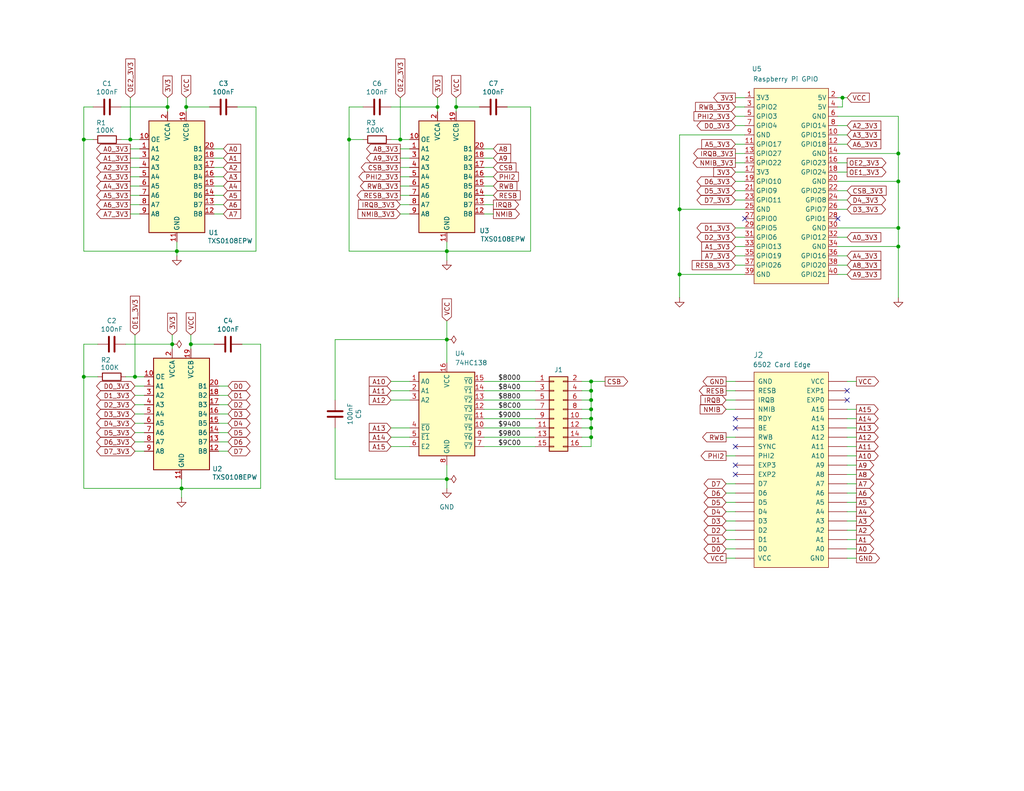
<source format=kicad_sch>
(kicad_sch (version 20250114) (generator "eeschema") (generator_version "9.0")
  (paper "USLetter")
  (title_block (title "6502 Pi Card") (date "2024-06-12") (rev "1.0") (company "A.C. Wright Design"))
  (lib_symbols
    (symbol "6502 Parts:6502 Card Edge" (pin_names (offset 1.016)) (in_bom no)
      (property "Reference" "J" (at -10.16 28.448 0))
      (property "Value" "6502 Card Edge" (at -5.588 26.924 0))
      (symbol "6502 Card Edge_1_0"
        (rectangle (start -10.16 25.4) (end 10.16 -27.94) (fill (type background)))
        (pin power_in line (at -15.24 22.86 0) (length 5.08) (name "GND") (number "GND"))
        (pin bidirectional line (at -15.24 20.32 0) (length 5.08) (name "RESB") (number "RESB"))
        (pin bidirectional line (at -15.24 17.78 0) (length 5.08) (name "IRQB") (number "IRQB"))
        (pin bidirectional line (at -15.24 15.24 0) (length 5.08) (name "NMIB") (number "NMIB"))
        (pin bidirectional line (at -15.24 12.7 0) (length 5.08) (name "RDY") (number "RDY"))
        (pin bidirectional line (at -15.24 10.16 0) (length 5.08) (name "BE") (number "BE"))
        (pin bidirectional line (at -15.24 7.62 0) (length 5.08) (name "RWB") (number "RWB"))
        (pin bidirectional line (at -15.24 5.08 0) (length 5.08) (name "SYNC") (number "SYNC"))
        (pin bidirectional line (at -15.24 2.54 0) (length 5.08) (name "PHI2") (number "PHI2"))
        (pin bidirectional line (at -15.24 0 0) (length 5.08) (name "EXP3") (number "EXP3"))
        (pin bidirectional line (at -15.24 -2.54 0) (length 5.08) (name "EXP2") (number "EXP2"))
        (pin bidirectional line (at -15.24 -5.08 0) (length 5.08) (name "D7") (number "D7"))
        (pin bidirectional line (at -15.24 -7.62 0) (length 5.08) (name "D6") (number "D6"))
        (pin bidirectional line (at -15.24 -10.16 0) (length 5.08) (name "D5") (number "D5"))
        (pin bidirectional line (at -15.24 -12.7 0) (length 5.08) (name "D4") (number "D4"))
        (pin bidirectional line (at -15.24 -15.24 0) (length 5.08) (name "D3") (number "D3"))
        (pin bidirectional line (at -15.24 -17.78 0) (length 5.08) (name "D2") (number "D2"))
        (pin bidirectional line (at -15.24 -20.32 0) (length 5.08) (name "D1") (number "D1"))
        (pin bidirectional line (at -15.24 -22.86 0) (length 5.08) (name "D0") (number "D0"))
        (pin power_in line (at -15.24 -25.4 0) (length 5.08) (name "VCC") (number "VCC"))
        (pin power_in line (at 15.24 22.86 180) (length 5.08) (name "VCC") (number "VCC"))
        (pin bidirectional line (at 15.24 20.32 180) (length 5.08) (name "EXP1") (number "EXP1"))
        (pin bidirectional line (at 15.24 17.78 180) (length 5.08) (name "EXP0") (number "EXP0"))
        (pin bidirectional line (at 15.24 15.24 180) (length 5.08) (name "A15") (number "A15"))
        (pin bidirectional line (at 15.24 12.7 180) (length 5.08) (name "A14") (number "A14"))
        (pin bidirectional line (at 15.24 10.16 180) (length 5.08) (name "A13") (number "A13"))
        (pin bidirectional line (at 15.24 7.62 180) (length 5.08) (name "A12") (number "A12"))
        (pin bidirectional line (at 15.24 5.08 180) (length 5.08) (name "A11") (number "A11"))
        (pin bidirectional line (at 15.24 2.54 180) (length 5.08) (name "A10") (number "A10"))
        (pin bidirectional line (at 15.24 0 180) (length 5.08) (name "A9") (number "A9"))
        (pin bidirectional line (at 15.24 -2.54 180) (length 5.08) (name "A8") (number "A8"))
        (pin bidirectional line (at 15.24 -5.08 180) (length 5.08) (name "A7") (number "A7"))
        (pin bidirectional line (at 15.24 -7.62 180) (length 5.08) (name "A6") (number "A6"))
        (pin bidirectional line (at 15.24 -10.16 180) (length 5.08) (name "A5") (number "A5"))
        (pin bidirectional line (at 15.24 -12.7 180) (length 5.08) (name "A4") (number "A4"))
        (pin bidirectional line (at 15.24 -15.24 180) (length 5.08) (name "A3") (number "A3"))
        (pin bidirectional line (at 15.24 -17.78 180) (length 5.08) (name "A2") (number "A2"))
        (pin bidirectional line (at 15.24 -20.32 180) (length 5.08) (name "A1") (number "A1"))
        (pin bidirectional line (at 15.24 -22.86 180) (length 5.08) (name "A0") (number "A0"))
        (pin power_in line (at 15.24 -25.4 180) (length 5.08) (name "GND") (number "GND"))
      )
    )
    (symbol "6502 Parts:RASPBERRYPIGPIO"
      (property "Reference" "U" (at -9.652 29.21 0))
      (property "Value" "Raspberry Pi GPIO" (at -1.524 26.924 0))
      (symbol "RASPBERRYPIGPIO_1_1"
        (rectangle (start -10.16 25.4) (end 10.16 -27.94) (fill (type background)))
        (pin power_in line (at -12.7 22.86 0) (length 2.54) (name "3V3") (number "1"))
        (pin bidirectional line (at -12.7 20.32 0) (length 2.54) (name "GPIO2") (number "3"))
        (pin bidirectional line (at -12.7 17.78 0) (length 2.54) (name "GPIO3") (number "5"))
        (pin bidirectional line (at -12.7 15.24 0) (length 2.54) (name "GPIO4") (number "7"))
        (pin power_in line (at -12.7 12.7 0) (length 2.54) (name "GND") (number "9"))
        (pin bidirectional line (at -12.7 10.16 0) (length 2.54) (name "GPIO17") (number "11"))
        (pin bidirectional line (at -12.7 7.62 0) (length 2.54) (name "GPIO27") (number "13"))
        (pin bidirectional line (at -12.7 5.08 0) (length 2.54) (name "GPIO22") (number "15"))
        (pin power_in line (at -12.7 2.54 0) (length 2.54) (name "3V3") (number "17"))
        (pin bidirectional line (at -12.7 0 0) (length 2.54) (name "GPIO10") (number "19"))
        (pin bidirectional line (at -12.7 -2.54 0) (length 2.54) (name "GPIO9") (number "21"))
        (pin bidirectional line (at -12.7 -5.08 0) (length 2.54) (name "GPIO11") (number "23"))
        (pin power_in line (at -12.7 -7.62 0) (length 2.54) (name "GND") (number "25"))
        (pin bidirectional line (at -12.7 -10.16 0) (length 2.54) (name "GPIO0") (number "27"))
        (pin bidirectional line (at -12.7 -12.7 0) (length 2.54) (name "GPIO5") (number "29"))
        (pin bidirectional line (at -12.7 -15.24 0) (length 2.54) (name "GPIO6") (number "31"))
        (pin bidirectional line (at -12.7 -17.78 0) (length 2.54) (name "GPIO13") (number "33"))
        (pin bidirectional line (at -12.7 -20.32 0) (length 2.54) (name "GPIO19") (number "35"))
        (pin bidirectional line (at -12.7 -22.86 0) (length 2.54) (name "GPIO26") (number "37"))
        (pin power_in line (at -12.7 -25.4 0) (length 2.54) (name "GND") (number "39"))
        (pin power_in line (at 12.7 22.86 180) (length 2.54) (name "5V") (number "2"))
        (pin power_in line (at 12.7 20.32 180) (length 2.54) (name "5V") (number "4"))
        (pin power_in line (at 12.7 17.78 180) (length 2.54) (name "GND") (number "6"))
        (pin bidirectional line (at 12.7 15.24 180) (length 2.54) (name "GPIO14") (number "8"))
        (pin bidirectional line (at 12.7 12.7 180) (length 2.54) (name "GPIO15") (number "10"))
        (pin bidirectional line (at 12.7 10.16 180) (length 2.54) (name "GPIO18") (number "12"))
        (pin power_in line (at 12.7 7.62 180) (length 2.54) (name "GND") (number "14"))
        (pin bidirectional line (at 12.7 5.08 180) (length 2.54) (name "GPIO23") (number "16"))
        (pin bidirectional line (at 12.7 2.54 180) (length 2.54) (name "GPIO24") (number "18"))
        (pin power_in line (at 12.7 0 180) (length 2.54) (name "GND") (number "20"))
        (pin bidirectional line (at 12.7 -2.54 180) (length 2.54) (name "GPIO25") (number "22"))
        (pin bidirectional line (at 12.7 -5.08 180) (length 2.54) (name "GPIO8") (number "24"))
        (pin bidirectional line (at 12.7 -7.62 180) (length 2.54) (name "GPIO7") (number "26"))
        (pin bidirectional line (at 12.7 -10.16 180) (length 2.54) (name "GPIO1") (number "28"))
        (pin power_in line (at 12.7 -12.7 180) (length 2.54) (name "GND") (number "30"))
        (pin bidirectional line (at 12.7 -15.24 180) (length 2.54) (name "GPIO12") (number "32"))
        (pin power_in line (at 12.7 -17.78 180) (length 2.54) (name "GND") (number "34"))
        (pin bidirectional line (at 12.7 -20.32 180) (length 2.54) (name "GPIO16") (number "36"))
        (pin bidirectional line (at 12.7 -22.86 180) (length 2.54) (name "GPIO20") (number "38"))
        (pin bidirectional line (at 12.7 -25.4 180) (length 2.54) (name "GPIO21") (number "40"))
      )
    )
    (symbol "74xx:74HC138"
      (property "Reference" "U" (at -7.62 13.97 0))
      (property "Value" "74HC138" (at 2.54 -11.43 0))
      (symbol "74HC138_0_1"
        (rectangle (start -7.62 12.7) (end 7.62 -10.16) (stroke (width 0.254)) (fill (type background)))
      )
      (symbol "74HC138_1_1"
        (pin input line (at -10.16 10.16 0) (length 2.54) (name "A0") (number "1"))
        (pin input line (at -10.16 7.62 0) (length 2.54) (name "A1") (number "2"))
        (pin input line (at -10.16 5.08 0) (length 2.54) (name "A2") (number "3"))
        (pin input line (at -10.16 -2.54 0) (length 2.54) (name "~{E0}") (number "4"))
        (pin input line (at -10.16 -5.08 0) (length 2.54) (name "~{E1}") (number "5"))
        (pin input line (at -10.16 -7.62 0) (length 2.54) (name "E2") (number "6"))
        (pin power_in line (at 0 15.24 270) (length 2.54) (name "VCC") (number "16"))
        (pin power_in line (at 0 -12.7 90) (length 2.54) (name "GND") (number "8"))
        (pin output line (at 10.16 10.16 180) (length 2.54) (name "~{Y0}") (number "15"))
        (pin output line (at 10.16 7.62 180) (length 2.54) (name "~{Y1}") (number "14"))
        (pin output line (at 10.16 5.08 180) (length 2.54) (name "~{Y2}") (number "13"))
        (pin output line (at 10.16 2.54 180) (length 2.54) (name "~{Y3}") (number "12"))
        (pin output line (at 10.16 0 180) (length 2.54) (name "~{Y4}") (number "11"))
        (pin output line (at 10.16 -2.54 180) (length 2.54) (name "~{Y5}") (number "10"))
        (pin output line (at 10.16 -5.08 180) (length 2.54) (name "~{Y6}") (number "9"))
        (pin output line (at 10.16 -7.62 180) (length 2.54) (name "~{Y7}") (number "7"))
      )
    )
    (symbol "Connector_Generic:Conn_02x08_Odd_Even" (pin_names (offset 1.016) (hide yes))
      (property "Reference" "J" (at 1.27 10.16 0))
      (property "Value" "Conn_02x08_Odd_Even" (at 1.27 -12.7 0))
      (symbol "Conn_02x08_Odd_Even_1_1"
        (rectangle (start -1.27 8.89) (end 3.81 -11.43) (stroke (width 0.254)) (fill (type background)))
        (rectangle (start -1.27 7.747) (end 0 7.493) (stroke (width 0.1524)))
        (rectangle (start -1.27 5.207) (end 0 4.953) (stroke (width 0.1524)))
        (rectangle (start -1.27 2.667) (end 0 2.413) (stroke (width 0.1524)))
        (rectangle (start -1.27 0.127) (end 0 -0.127) (stroke (width 0.1524)))
        (rectangle (start -1.27 -2.413) (end 0 -2.667) (stroke (width 0.1524)))
        (rectangle (start -1.27 -4.953) (end 0 -5.207) (stroke (width 0.1524)))
        (rectangle (start -1.27 -7.493) (end 0 -7.747) (stroke (width 0.1524)))
        (rectangle (start -1.27 -10.033) (end 0 -10.287) (stroke (width 0.1524)))
        (rectangle (start 3.81 7.747) (end 2.54 7.493) (stroke (width 0.1524)))
        (rectangle (start 3.81 5.207) (end 2.54 4.953) (stroke (width 0.1524)))
        (rectangle (start 3.81 2.667) (end 2.54 2.413) (stroke (width 0.1524)))
        (rectangle (start 3.81 0.127) (end 2.54 -0.127) (stroke (width 0.1524)))
        (rectangle (start 3.81 -2.413) (end 2.54 -2.667) (stroke (width 0.1524)))
        (rectangle (start 3.81 -4.953) (end 2.54 -5.207) (stroke (width 0.1524)))
        (rectangle (start 3.81 -7.493) (end 2.54 -7.747) (stroke (width 0.1524)))
        (rectangle (start 3.81 -10.033) (end 2.54 -10.287) (stroke (width 0.1524)))
        (pin passive line (at -5.08 7.62 0) (length 3.81) (name "Pin_1") (number "1"))
        (pin passive line (at -5.08 5.08 0) (length 3.81) (name "Pin_3") (number "3"))
        (pin passive line (at -5.08 2.54 0) (length 3.81) (name "Pin_5") (number "5"))
        (pin passive line (at -5.08 0 0) (length 3.81) (name "Pin_7") (number "7"))
        (pin passive line (at -5.08 -2.54 0) (length 3.81) (name "Pin_9") (number "9"))
        (pin passive line (at -5.08 -5.08 0) (length 3.81) (name "Pin_11") (number "11"))
        (pin passive line (at -5.08 -7.62 0) (length 3.81) (name "Pin_13") (number "13"))
        (pin passive line (at -5.08 -10.16 0) (length 3.81) (name "Pin_15") (number "15"))
        (pin passive line (at 7.62 7.62 180) (length 3.81) (name "Pin_2") (number "2"))
        (pin passive line (at 7.62 5.08 180) (length 3.81) (name "Pin_4") (number "4"))
        (pin passive line (at 7.62 2.54 180) (length 3.81) (name "Pin_6") (number "6"))
        (pin passive line (at 7.62 0 180) (length 3.81) (name "Pin_8") (number "8"))
        (pin passive line (at 7.62 -2.54 180) (length 3.81) (name "Pin_10") (number "10"))
        (pin passive line (at 7.62 -5.08 180) (length 3.81) (name "Pin_12") (number "12"))
        (pin passive line (at 7.62 -7.62 180) (length 3.81) (name "Pin_14") (number "14"))
        (pin passive line (at 7.62 -10.16 180) (length 3.81) (name "Pin_16") (number "16"))
      )
    )
    (symbol "Device:C" (pin_numbers (hide yes)) (pin_names (offset 0.254))
      (property "Reference" "C" (at 0.635 2.54 0))
      (property "Value" "C" (at 0.635 -2.54 0))
      (symbol "C_0_1"
        (polyline (pts (xy -2.032 0.762) (xy 2.032 0.762)) (stroke (width 0.508)))
        (polyline (pts (xy -2.032 -0.762) (xy 2.032 -0.762)) (stroke (width 0.508)))
      )
      (symbol "C_1_1"
        (pin passive line (at 0 3.81 270) (length 2.794) (name "~") (number "1"))
        (pin passive line (at 0 -3.81 90) (length 2.794) (name "~") (number "2"))
      )
    )
    (symbol "Device:R" (pin_numbers (hide yes)) (pin_names (offset 0))
      (property "Reference" "R" (at 2.032 0 90))
      (property "Value" "R" (at 0 0 90))
      (symbol "R_0_1"
        (rectangle (start -1.016 -2.54) (end 1.016 2.54) (stroke (width 0.254)))
      )
      (symbol "R_1_1"
        (pin passive line (at 0 3.81 270) (length 1.27) (name "~") (number "1"))
        (pin passive line (at 0 -3.81 90) (length 1.27) (name "~") (number "2"))
      )
    )
    (symbol "Logic_LevelTranslator:TXS0108EPW"
      (property "Reference" "U" (at -6.35 16.51 0))
      (property "Value" "TXS0108EPW" (at 3.81 16.51 0))
      (symbol "TXS0108EPW_0_1"
        (rectangle (start -7.62 15.24) (end 7.62 -15.24) (stroke (width 0.254)) (fill (type background)))
      )
      (symbol "TXS0108EPW_1_1"
        (pin input line (at -10.16 10.16 0) (length 2.54) (name "OE") (number "10"))
        (pin bidirectional line (at -10.16 7.62 0) (length 2.54) (name "A1") (number "1"))
        (pin bidirectional line (at -10.16 5.08 0) (length 2.54) (name "A2") (number "3"))
        (pin bidirectional line (at -10.16 2.54 0) (length 2.54) (name "A3") (number "4"))
        (pin bidirectional line (at -10.16 0 0) (length 2.54) (name "A4") (number "5"))
        (pin bidirectional line (at -10.16 -2.54 0) (length 2.54) (name "A5") (number "6"))
        (pin bidirectional line (at -10.16 -5.08 0) (length 2.54) (name "A6") (number "7"))
        (pin bidirectional line (at -10.16 -7.62 0) (length 2.54) (name "A7") (number "8"))
        (pin bidirectional line (at -10.16 -10.16 0) (length 2.54) (name "A8") (number "9"))
        (pin power_in line (at -2.54 17.78 270) (length 2.54) (name "VCCA") (number "2"))
        (pin power_in line (at 0 -17.78 90) (length 2.54) (name "GND") (number "11"))
        (pin power_in line (at 2.54 17.78 270) (length 2.54) (name "VCCB") (number "19"))
        (pin bidirectional line (at 10.16 7.62 180) (length 2.54) (name "B1") (number "20"))
        (pin bidirectional line (at 10.16 5.08 180) (length 2.54) (name "B2") (number "18"))
        (pin bidirectional line (at 10.16 2.54 180) (length 2.54) (name "B3") (number "17"))
        (pin bidirectional line (at 10.16 0 180) (length 2.54) (name "B4") (number "16"))
        (pin bidirectional line (at 10.16 -2.54 180) (length 2.54) (name "B5") (number "15"))
        (pin bidirectional line (at 10.16 -5.08 180) (length 2.54) (name "B6") (number "14"))
        (pin bidirectional line (at 10.16 -7.62 180) (length 2.54) (name "B7") (number "13"))
        (pin bidirectional line (at 10.16 -10.16 180) (length 2.54) (name "B8") (number "12"))
      )
    )
    (symbol "power:GND" (power) (pin_numbers (hide yes)) (pin_names (offset 0) (hide yes))
      (property "Value" "GND" (at 0 -3.81 0))
      (symbol "GND_0_1"
        (polyline (pts (xy 0 0) (xy 0 -1.27) (xy 1.27 -1.27) (xy 0 -2.54) (xy -1.27 -1.27) (xy 0 -1.27)))
      )
      (symbol "GND_1_1"
        (pin power_in line (at 0 0 270) (length 0) (name "~") (number "1"))
      )
    )
    (symbol "power:PWR_FLAG" (power) (pin_numbers (hide yes)) (pin_names (offset 0) (hide yes))
      (property "Value" "PWR_FLAG" (at 0 3.81 0))
      (symbol "PWR_FLAG_0_0"
        (pin power_out line (at 0 0 90) (length 0) (name "~") (number "1"))
      )
      (symbol "PWR_FLAG_0_1"
        (polyline (pts (xy 0 0) (xy 0 1.27) (xy -1.016 1.905) (xy 0 2.54) (xy 1.016 1.905) (xy 0 1.27)))
      )
    )
  )
  (junction (at 36.83 102.87))
  (junction (at 121.92 68.58))
  (junction (at 185.42 57.15))
  (junction (at 161.29 111.76))
  (junction (at 121.92 92.71))
  (junction (at 161.29 116.84))
  (junction (at 46.99 93.98))
  (junction (at 245.11 41.91))
  (junction (at 49.53 133.35))
  (junction (at 161.29 114.3))
  (junction (at 109.22 38.1))
  (junction (at 124.46 29.21))
  (junction (at 52.07 93.98))
  (junction (at 22.86 102.87))
  (junction (at 45.72 29.21))
  (junction (at 161.29 119.38))
  (junction (at 48.26 68.58))
  (junction (at 50.8 29.21))
  (junction (at 185.42 74.93))
  (junction (at 245.11 67.31))
  (junction (at 35.56 38.1))
  (junction (at 229.87 26.67))
  (junction (at 22.86 38.1))
  (junction (at 245.11 62.23))
  (junction (at 161.29 109.22))
  (junction (at 119.38 29.21))
  (junction (at 95.25 38.1))
  (junction (at 245.11 49.53))
  (junction (at 161.29 106.68))
  (junction (at 161.29 104.14))
  (junction (at 121.92 130.81))
  (no_connect (at 231.14 109.22))
  (no_connect (at 200.66 121.92))
  (no_connect (at 200.66 114.3))
  (no_connect (at 203.2 59.69))
  (no_connect (at 228.6 59.69))
  (no_connect (at 200.66 129.54))
  (no_connect (at 231.14 106.68))
  (no_connect (at 200.66 127))
  (no_connect (at 200.66 116.84))
  (wire (pts (xy 109.22 40.64) (xy 111.76 40.64)))
  (wire (pts (xy 35.56 40.64) (xy 38.1 40.64)))
  (wire (pts (xy 109.22 26.67) (xy 109.22 38.1)))
  (wire (pts (xy 45.72 29.21) (xy 45.72 30.48)))
  (wire (pts (xy 109.22 50.8) (xy 111.76 50.8)))
  (wire (pts (xy 198.12 106.68) (xy 200.66 106.68)))
  (wire (pts (xy 161.29 111.76) (xy 161.29 109.22)))
  (wire (pts (xy 91.44 130.81) (xy 91.44 116.84)))
  (wire (pts (xy 124.46 29.21) (xy 124.46 30.48)))
  (wire (pts (xy 200.66 34.29) (xy 203.2 34.29)))
  (wire (pts (xy 34.29 102.87) (xy 36.83 102.87)))
  (wire (pts (xy 132.08 121.92) (xy 146.05 121.92)))
  (wire (pts (xy 48.26 69.85) (xy 48.26 68.58)))
  (wire (pts (xy 69.85 29.21) (xy 69.85 68.58)))
  (wire (pts (xy 185.42 57.15) (xy 185.42 74.93)))
  (wire (pts (xy 200.66 64.77) (xy 203.2 64.77)))
  (wire (pts (xy 59.69 105.41) (xy 62.23 105.41)))
  (wire (pts (xy 228.6 34.29) (xy 231.14 34.29)))
  (wire (pts (xy 161.29 121.92) (xy 161.29 119.38)))
  (wire (pts (xy 106.68 106.68) (xy 111.76 106.68)))
  (wire (pts (xy 200.66 49.53) (xy 203.2 49.53)))
  (wire (pts (xy 132.08 53.34) (xy 134.62 53.34)))
  (wire (pts (xy 228.6 39.37) (xy 231.14 39.37)))
  (wire (pts (xy 91.44 130.81) (xy 121.92 130.81)))
  (wire (pts (xy 121.92 92.71) (xy 91.44 92.71)))
  (wire (pts (xy 48.26 68.58) (xy 48.26 66.04)))
  (wire (pts (xy 71.12 93.98) (xy 71.12 133.35)))
  (wire (pts (xy 36.83 115.57) (xy 39.37 115.57)))
  (wire (pts (xy 200.66 54.61) (xy 203.2 54.61)))
  (wire (pts (xy 198.12 104.14) (xy 200.66 104.14)))
  (wire (pts (xy 231.14 124.46) (xy 233.68 124.46)))
  (wire (pts (xy 109.22 43.18) (xy 111.76 43.18)))
  (wire (pts (xy 200.66 41.91) (xy 203.2 41.91)))
  (wire (pts (xy 52.07 93.98) (xy 58.42 93.98)))
  (wire (pts (xy 22.86 68.58) (xy 48.26 68.58)))
  (wire (pts (xy 231.14 104.14) (xy 233.68 104.14)))
  (wire (pts (xy 185.42 36.83) (xy 185.42 57.15)))
  (wire (pts (xy 49.53 133.35) (xy 49.53 130.81)))
  (wire (pts (xy 109.22 48.26) (xy 111.76 48.26)))
  (wire (pts (xy 198.12 149.86) (xy 200.66 149.86)))
  (wire (pts (xy 109.22 53.34) (xy 111.76 53.34)))
  (wire (pts (xy 22.86 102.87) (xy 22.86 133.35)))
  (wire (pts (xy 231.14 111.76) (xy 233.68 111.76)))
  (wire (pts (xy 95.25 29.21) (xy 95.25 38.1)))
  (wire (pts (xy 231.14 144.78) (xy 233.68 144.78)))
  (wire (pts (xy 228.6 26.67) (xy 229.87 26.67)))
  (wire (pts (xy 161.29 114.3) (xy 161.29 111.76)))
  (wire (pts (xy 45.72 26.67) (xy 45.72 29.21)))
  (wire (pts (xy 33.02 29.21) (xy 45.72 29.21)))
  (wire (pts (xy 36.83 120.65) (xy 39.37 120.65)))
  (wire (pts (xy 71.12 133.35) (xy 49.53 133.35)))
  (wire (pts (xy 121.92 130.81) (xy 121.92 133.35)))
  (wire (pts (xy 58.42 43.18) (xy 60.96 43.18)))
  (wire (pts (xy 121.92 71.12) (xy 121.92 68.58)))
  (wire (pts (xy 22.86 38.1) (xy 22.86 68.58)))
  (wire (pts (xy 58.42 48.26) (xy 60.96 48.26)))
  (wire (pts (xy 228.6 29.21) (xy 229.87 29.21)))
  (wire (pts (xy 203.2 36.83) (xy 185.42 36.83)))
  (wire (pts (xy 132.08 104.14) (xy 146.05 104.14)))
  (wire (pts (xy 231.14 116.84) (xy 233.68 116.84)))
  (wire (pts (xy 132.08 106.68) (xy 146.05 106.68)))
  (wire (pts (xy 200.66 29.21) (xy 203.2 29.21)))
  (wire (pts (xy 185.42 74.93) (xy 203.2 74.93)))
  (wire (pts (xy 33.02 38.1) (xy 35.56 38.1)))
  (wire (pts (xy 35.56 26.67) (xy 35.56 38.1)))
  (wire (pts (xy 200.66 31.75) (xy 203.2 31.75)))
  (wire (pts (xy 58.42 45.72) (xy 60.96 45.72)))
  (wire (pts (xy 161.29 116.84) (xy 161.29 114.3)))
  (wire (pts (xy 185.42 57.15) (xy 203.2 57.15)))
  (wire (pts (xy 231.14 149.86) (xy 233.68 149.86)))
  (wire (pts (xy 198.12 144.78) (xy 200.66 144.78)))
  (wire (pts (xy 132.08 55.88) (xy 134.62 55.88)))
  (wire (pts (xy 59.69 113.03) (xy 62.23 113.03)))
  (wire (pts (xy 161.29 104.14) (xy 165.1 104.14)))
  (wire (pts (xy 198.12 137.16) (xy 200.66 137.16)))
  (wire (pts (xy 59.69 118.11) (xy 62.23 118.11)))
  (wire (pts (xy 58.42 55.88) (xy 60.96 55.88)))
  (wire (pts (xy 228.6 46.99) (xy 231.14 46.99)))
  (wire (pts (xy 132.08 114.3) (xy 146.05 114.3)))
  (wire (pts (xy 231.14 152.4) (xy 233.68 152.4)))
  (wire (pts (xy 198.12 152.4) (xy 200.66 152.4)))
  (wire (pts (xy 59.69 120.65) (xy 62.23 120.65)))
  (wire (pts (xy 200.66 39.37) (xy 203.2 39.37)))
  (wire (pts (xy 228.6 67.31) (xy 245.11 67.31)))
  (wire (pts (xy 35.56 53.34) (xy 38.1 53.34)))
  (wire (pts (xy 228.6 54.61) (xy 231.14 54.61)))
  (wire (pts (xy 91.44 92.71) (xy 91.44 109.22)))
  (wire (pts (xy 228.6 41.91) (xy 245.11 41.91)))
  (wire (pts (xy 228.6 74.93) (xy 231.14 74.93)))
  (wire (pts (xy 46.99 93.98) (xy 46.99 95.25)))
  (wire (pts (xy 49.53 133.35) (xy 49.53 135.89)))
  (wire (pts (xy 36.83 118.11) (xy 39.37 118.11)))
  (wire (pts (xy 59.69 115.57) (xy 62.23 115.57)))
  (wire (pts (xy 144.78 29.21) (xy 144.78 68.58)))
  (wire (pts (xy 228.6 62.23) (xy 245.11 62.23)))
  (wire (pts (xy 58.42 40.64) (xy 60.96 40.64)))
  (wire (pts (xy 36.83 123.19) (xy 39.37 123.19)))
  (wire (pts (xy 161.29 109.22) (xy 161.29 106.68)))
  (wire (pts (xy 132.08 43.18) (xy 134.62 43.18)))
  (wire (pts (xy 158.75 104.14) (xy 161.29 104.14)))
  (wire (pts (xy 22.86 29.21) (xy 22.86 38.1)))
  (wire (pts (xy 198.12 111.76) (xy 200.66 111.76)))
  (wire (pts (xy 34.29 93.98) (xy 46.99 93.98)))
  (wire (pts (xy 106.68 38.1) (xy 109.22 38.1)))
  (wire (pts (xy 121.92 92.71) (xy 121.92 87.63)))
  (wire (pts (xy 231.14 142.24) (xy 233.68 142.24)))
  (wire (pts (xy 35.56 43.18) (xy 38.1 43.18)))
  (wire (pts (xy 245.11 62.23) (xy 245.11 67.31)))
  (wire (pts (xy 198.12 119.38) (xy 200.66 119.38)))
  (wire (pts (xy 22.86 133.35) (xy 49.53 133.35)))
  (wire (pts (xy 36.83 110.49) (xy 39.37 110.49)))
  (wire (pts (xy 200.66 67.31) (xy 203.2 67.31)))
  (wire (pts (xy 46.99 91.44) (xy 46.99 93.98)))
  (wire (pts (xy 106.68 116.84) (xy 111.76 116.84)))
  (wire (pts (xy 245.11 49.53) (xy 245.11 41.91)))
  (wire (pts (xy 22.86 93.98) (xy 22.86 102.87)))
  (wire (pts (xy 185.42 81.28) (xy 185.42 74.93)))
  (wire (pts (xy 50.8 26.67) (xy 50.8 29.21)))
  (wire (pts (xy 228.6 44.45) (xy 231.14 44.45)))
  (wire (pts (xy 200.66 26.67) (xy 203.2 26.67)))
  (wire (pts (xy 231.14 132.08) (xy 233.68 132.08)))
  (wire (pts (xy 200.66 46.99) (xy 203.2 46.99)))
  (wire (pts (xy 109.22 45.72) (xy 111.76 45.72)))
  (wire (pts (xy 36.83 102.87) (xy 39.37 102.87)))
  (wire (pts (xy 228.6 69.85) (xy 231.14 69.85)))
  (wire (pts (xy 106.68 109.22) (xy 111.76 109.22)))
  (wire (pts (xy 36.83 107.95) (xy 39.37 107.95)))
  (wire (pts (xy 119.38 26.67) (xy 119.38 29.21)))
  (wire (pts (xy 231.14 127) (xy 233.68 127)))
  (wire (pts (xy 35.56 38.1) (xy 38.1 38.1)))
  (wire (pts (xy 231.14 139.7) (xy 233.68 139.7)))
  (wire (pts (xy 229.87 29.21) (xy 229.87 26.67)))
  (wire (pts (xy 130.81 29.21) (xy 124.46 29.21)))
  (wire (pts (xy 198.12 142.24) (xy 200.66 142.24)))
  (wire (pts (xy 59.69 123.19) (xy 62.23 123.19)))
  (wire (pts (xy 200.66 72.39) (xy 203.2 72.39)))
  (wire (pts (xy 161.29 106.68) (xy 158.75 106.68)))
  (wire (pts (xy 35.56 45.72) (xy 38.1 45.72)))
  (wire (pts (xy 36.83 113.03) (xy 39.37 113.03)))
  (wire (pts (xy 158.75 109.22) (xy 161.29 109.22)))
  (wire (pts (xy 200.66 52.07) (xy 203.2 52.07)))
  (wire (pts (xy 106.68 121.92) (xy 111.76 121.92)))
  (wire (pts (xy 228.6 36.83) (xy 231.14 36.83)))
  (wire (pts (xy 124.46 26.67) (xy 124.46 29.21)))
  (wire (pts (xy 200.66 44.45) (xy 203.2 44.45)))
  (wire (pts (xy 109.22 55.88) (xy 111.76 55.88)))
  (wire (pts (xy 121.92 127) (xy 121.92 130.81)))
  (wire (pts (xy 132.08 109.22) (xy 146.05 109.22)))
  (wire (pts (xy 132.08 58.42) (xy 134.62 58.42)))
  (wire (pts (xy 161.29 106.68) (xy 161.29 104.14)))
  (wire (pts (xy 106.68 104.14) (xy 111.76 104.14)))
  (wire (pts (xy 161.29 114.3) (xy 158.75 114.3)))
  (wire (pts (xy 231.14 121.92) (xy 233.68 121.92)))
  (wire (pts (xy 132.08 111.76) (xy 146.05 111.76)))
  (wire (pts (xy 22.86 102.87) (xy 26.67 102.87)))
  (wire (pts (xy 36.83 91.44) (xy 36.83 102.87)))
  (wire (pts (xy 161.29 119.38) (xy 161.29 116.84)))
  (wire (pts (xy 121.92 92.71) (xy 121.92 99.06)))
  (wire (pts (xy 132.08 40.64) (xy 134.62 40.64)))
  (wire (pts (xy 138.43 29.21) (xy 144.78 29.21)))
  (wire (pts (xy 106.68 29.21) (xy 119.38 29.21)))
  (wire (pts (xy 231.14 114.3) (xy 233.68 114.3)))
  (wire (pts (xy 228.6 52.07) (xy 231.14 52.07)))
  (wire (pts (xy 229.87 26.67) (xy 231.14 26.67)))
  (wire (pts (xy 228.6 57.15) (xy 231.14 57.15)))
  (wire (pts (xy 95.25 38.1) (xy 95.25 68.58)))
  (wire (pts (xy 106.68 119.38) (xy 111.76 119.38)))
  (wire (pts (xy 59.69 107.95) (xy 62.23 107.95)))
  (wire (pts (xy 231.14 119.38) (xy 233.68 119.38)))
  (wire (pts (xy 36.83 105.41) (xy 39.37 105.41)))
  (wire (pts (xy 66.04 93.98) (xy 71.12 93.98)))
  (wire (pts (xy 198.12 147.32) (xy 200.66 147.32)))
  (wire (pts (xy 69.85 68.58) (xy 48.26 68.58)))
  (wire (pts (xy 132.08 116.84) (xy 146.05 116.84)))
  (wire (pts (xy 161.29 119.38) (xy 158.75 119.38)))
  (wire (pts (xy 132.08 48.26) (xy 134.62 48.26)))
  (wire (pts (xy 161.29 116.84) (xy 158.75 116.84)))
  (wire (pts (xy 198.12 124.46) (xy 200.66 124.46)))
  (wire (pts (xy 200.66 69.85) (xy 203.2 69.85)))
  (wire (pts (xy 245.11 41.91) (xy 245.11 31.75)))
  (wire (pts (xy 52.07 93.98) (xy 52.07 95.25)))
  (wire (pts (xy 231.14 129.54) (xy 233.68 129.54)))
  (wire (pts (xy 121.92 68.58) (xy 121.92 66.04)))
  (wire (pts (xy 198.12 139.7) (xy 200.66 139.7)))
  (wire (pts (xy 132.08 45.72) (xy 134.62 45.72)))
  (wire (pts (xy 64.77 29.21) (xy 69.85 29.21)))
  (wire (pts (xy 35.56 50.8) (xy 38.1 50.8)))
  (wire (pts (xy 35.56 48.26) (xy 38.1 48.26)))
  (wire (pts (xy 50.8 29.21) (xy 50.8 30.48)))
  (wire (pts (xy 245.11 49.53) (xy 245.11 62.23)))
  (wire (pts (xy 52.07 91.44) (xy 52.07 93.98)))
  (wire (pts (xy 228.6 72.39) (xy 231.14 72.39)))
  (wire (pts (xy 231.14 147.32) (xy 233.68 147.32)))
  (wire (pts (xy 198.12 134.62) (xy 200.66 134.62)))
  (wire (pts (xy 132.08 50.8) (xy 134.62 50.8)))
  (wire (pts (xy 161.29 111.76) (xy 158.75 111.76)))
  (wire (pts (xy 58.42 53.34) (xy 60.96 53.34)))
  (wire (pts (xy 144.78 68.58) (xy 121.92 68.58)))
  (wire (pts (xy 119.38 29.21) (xy 119.38 30.48)))
  (wire (pts (xy 99.06 29.21) (xy 95.25 29.21)))
  (wire (pts (xy 231.14 134.62) (xy 233.68 134.62)))
  (wire (pts (xy 50.8 29.21) (xy 57.15 29.21)))
  (wire (pts (xy 228.6 64.77) (xy 231.14 64.77)))
  (wire (pts (xy 95.25 38.1) (xy 99.06 38.1)))
  (wire (pts (xy 109.22 38.1) (xy 111.76 38.1)))
  (wire (pts (xy 95.25 68.58) (xy 121.92 68.58)))
  (wire (pts (xy 245.11 67.31) (xy 245.11 81.28)))
  (wire (pts (xy 158.75 121.92) (xy 161.29 121.92)))
  (wire (pts (xy 200.66 62.23) (xy 203.2 62.23)))
  (wire (pts (xy 22.86 38.1) (xy 25.4 38.1)))
  (wire (pts (xy 26.67 93.98) (xy 22.86 93.98)))
  (wire (pts (xy 35.56 58.42) (xy 38.1 58.42)))
  (wire (pts (xy 59.69 110.49) (xy 62.23 110.49)))
  (wire (pts (xy 228.6 49.53) (xy 245.11 49.53)))
  (wire (pts (xy 25.4 29.21) (xy 22.86 29.21)))
  (wire (pts (xy 58.42 50.8) (xy 60.96 50.8)))
  (wire (pts (xy 35.56 55.88) (xy 38.1 55.88)))
  (wire (pts (xy 231.14 137.16) (xy 233.68 137.16)))
  (wire (pts (xy 132.08 119.38) (xy 146.05 119.38)))
  (wire (pts (xy 198.12 109.22) (xy 200.66 109.22)))
  (wire (pts (xy 245.11 31.75) (xy 228.6 31.75)))
  (wire (pts (xy 58.42 58.42) (xy 60.96 58.42)))
  (wire (pts (xy 198.12 132.08) (xy 200.66 132.08)))
  (wire (pts (xy 109.22 58.42) (xy 111.76 58.42)))
  (label "$8400" (at 135.89 106.68 0))
  (label "$9C00" (at 135.89 121.92 0))
  (label "$9000" (at 135.89 114.3 0))
  (label "$8800" (at 135.89 109.22 0))
  (label "$8000" (at 135.89 104.14 0))
  (label "$9400" (at 135.89 116.84 0))
  (label "$9800" (at 135.89 119.38 0))
  (label "$8C00" (at 135.89 111.76 0))
  (global_label "3V3" (shape input) (at 200.66 46.99 180) (property "Intersheetrefs" "${INTERSHEET_REFS}" (effects (hide yes))))
  (global_label "RWB" (shape input) (at 134.62 50.8 0) (property "Intersheetrefs" "${INTERSHEET_REFS}" (effects (hide yes))))
  (global_label "OE2_3V3" (shape input) (at 109.22 26.67 90) (property "Intersheetrefs" "${INTERSHEET_REFS}" (effects (hide yes))))
  (global_label "A9" (shape output) (at 233.68 127 0) (property "Intersheetrefs" "${INTERSHEET_REFS}" (effects (hide yes))))
  (global_label "A7_3V3" (shape output) (at 35.56 58.42 180) (property "Intersheetrefs" "${INTERSHEET_REFS}" (effects (hide yes))))
  (global_label "A1_3V3" (shape output) (at 35.56 43.18 180) (property "Intersheetrefs" "${INTERSHEET_REFS}" (effects (hide yes))))
  (global_label "D6" (shape bidirectional) (at 62.23 120.65 0) (property "Intersheetrefs" "${INTERSHEET_REFS}" (effects (hide yes))))
  (global_label "A9_3V3" (shape input) (at 231.14 74.93 0) (property "Intersheetrefs" "${INTERSHEET_REFS}" (effects (hide yes))))
  (global_label "A3" (shape output) (at 233.68 142.24 0) (property "Intersheetrefs" "${INTERSHEET_REFS}" (effects (hide yes))))
  (global_label "D0" (shape bidirectional) (at 198.12 149.86 180) (property "Intersheetrefs" "${INTERSHEET_REFS}" (effects (hide yes))))
  (global_label "A11" (shape input) (at 106.68 106.68 180) (property "Intersheetrefs" "${INTERSHEET_REFS}" (effects (hide yes))))
  (global_label "A8_3V3" (shape input) (at 231.14 72.39 0) (property "Intersheetrefs" "${INTERSHEET_REFS}" (effects (hide yes))))
  (global_label "PHI2_3V3" (shape output) (at 109.22 48.26 180) (property "Intersheetrefs" "${INTERSHEET_REFS}" (effects (hide yes))))
  (global_label "VCC" (shape input) (at 121.92 87.63 90) (property "Intersheetrefs" "${INTERSHEET_REFS}" (effects (hide yes))))
  (global_label "A9" (shape input) (at 134.62 43.18 0) (property "Intersheetrefs" "${INTERSHEET_REFS}" (effects (hide yes))))
  (global_label "A12" (shape input) (at 106.68 109.22 180) (property "Intersheetrefs" "${INTERSHEET_REFS}" (effects (hide yes))))
  (global_label "NMIB_3V3" (shape input) (at 109.22 58.42 180) (property "Intersheetrefs" "${INTERSHEET_REFS}" (effects (hide yes))))
  (global_label "A13" (shape input) (at 106.68 116.84 180) (property "Intersheetrefs" "${INTERSHEET_REFS}" (effects (hide yes))))
  (global_label "A2_3V3" (shape output) (at 35.56 45.72 180) (property "Intersheetrefs" "${INTERSHEET_REFS}" (effects (hide yes))))
  (global_label "A10" (shape output) (at 233.68 124.46 0) (property "Intersheetrefs" "${INTERSHEET_REFS}" (effects (hide yes))))
  (global_label "D1_3V3" (shape bidirectional) (at 36.83 107.95 180) (property "Intersheetrefs" "${INTERSHEET_REFS}" (effects (hide yes))))
  (global_label "A0" (shape input) (at 60.96 40.64 0) (property "Intersheetrefs" "${INTERSHEET_REFS}" (effects (hide yes))))
  (global_label "3V3" (shape input) (at 46.99 91.44 90) (property "Intersheetrefs" "${INTERSHEET_REFS}" (effects (hide yes))))
  (global_label "A8_3V3" (shape output) (at 109.22 40.64 180) (property "Intersheetrefs" "${INTERSHEET_REFS}" (effects (hide yes))))
  (global_label "A3_3V3" (shape output) (at 35.56 48.26 180) (property "Intersheetrefs" "${INTERSHEET_REFS}" (effects (hide yes))))
  (global_label "D2" (shape bidirectional) (at 62.23 110.49 0) (property "Intersheetrefs" "${INTERSHEET_REFS}" (effects (hide yes))))
  (global_label "A5" (shape input) (at 60.96 53.34 0) (property "Intersheetrefs" "${INTERSHEET_REFS}" (effects (hide yes))))
  (global_label "D3_3V3" (shape bidirectional) (at 36.83 113.03 180) (property "Intersheetrefs" "${INTERSHEET_REFS}" (effects (hide yes))))
  (global_label "D6" (shape bidirectional) (at 198.12 134.62 180) (property "Intersheetrefs" "${INTERSHEET_REFS}" (effects (hide yes))))
  (global_label "IRQB_3V3" (shape input) (at 109.22 55.88 180) (property "Intersheetrefs" "${INTERSHEET_REFS}" (effects (hide yes))))
  (global_label "A0" (shape output) (at 233.68 149.86 0) (property "Intersheetrefs" "${INTERSHEET_REFS}" (effects (hide yes))))
  (global_label "A6_3V3" (shape output) (at 35.56 55.88 180) (property "Intersheetrefs" "${INTERSHEET_REFS}" (effects (hide yes))))
  (global_label "RWB_3V3" (shape output) (at 109.22 50.8 180) (property "Intersheetrefs" "${INTERSHEET_REFS}" (effects (hide yes))))
  (global_label "A8" (shape input) (at 134.62 40.64 0) (property "Intersheetrefs" "${INTERSHEET_REFS}" (effects (hide yes))))
  (global_label "NMIB_3V3" (shape output) (at 200.66 44.45 180) (property "Intersheetrefs" "${INTERSHEET_REFS}" (effects (hide yes))))
  (global_label "D3" (shape bidirectional) (at 198.12 142.24 180) (property "Intersheetrefs" "${INTERSHEET_REFS}" (effects (hide yes))))
  (global_label "GND" (shape output) (at 233.68 152.4 0) (property "Intersheetrefs" "${INTERSHEET_REFS}" (effects (hide yes))))
  (global_label "D1" (shape bidirectional) (at 198.12 147.32 180) (property "Intersheetrefs" "${INTERSHEET_REFS}" (effects (hide yes))))
  (global_label "D4" (shape bidirectional) (at 198.12 139.7 180) (property "Intersheetrefs" "${INTERSHEET_REFS}" (effects (hide yes))))
  (global_label "A1_3V3" (shape input) (at 200.66 67.31 180) (property "Intersheetrefs" "${INTERSHEET_REFS}" (effects (hide yes))))
  (global_label "A4" (shape input) (at 60.96 50.8 0) (property "Intersheetrefs" "${INTERSHEET_REFS}" (effects (hide yes))))
  (global_label "A14" (shape input) (at 106.68 119.38 180) (property "Intersheetrefs" "${INTERSHEET_REFS}" (effects (hide yes))))
  (global_label "A12" (shape output) (at 233.68 119.38 0) (property "Intersheetrefs" "${INTERSHEET_REFS}" (effects (hide yes))))
  (global_label "A8" (shape output) (at 233.68 129.54 0) (property "Intersheetrefs" "${INTERSHEET_REFS}" (effects (hide yes))))
  (global_label "A2_3V3" (shape input) (at 231.14 34.29 0) (property "Intersheetrefs" "${INTERSHEET_REFS}" (effects (hide yes))))
  (global_label "A3_3V3" (shape input) (at 231.14 36.83 0) (property "Intersheetrefs" "${INTERSHEET_REFS}" (effects (hide yes))))
  (global_label "D5_3V3" (shape bidirectional) (at 200.66 52.07 180) (property "Intersheetrefs" "${INTERSHEET_REFS}" (effects (hide yes))))
  (global_label "OE2_3V3" (shape output) (at 231.14 44.45 0) (property "Intersheetrefs" "${INTERSHEET_REFS}" (effects (hide yes))))
  (global_label "RWB_3V3" (shape input) (at 200.66 29.21 180) (property "Intersheetrefs" "${INTERSHEET_REFS}" (effects (hide yes))))
  (global_label "VCC" (shape input) (at 52.07 91.44 90) (property "Intersheetrefs" "${INTERSHEET_REFS}" (effects (hide yes))))
  (global_label "RESB_3V3" (shape output) (at 109.22 53.34 180) (property "Intersheetrefs" "${INTERSHEET_REFS}" (effects (hide yes))))
  (global_label "OE2_3V3" (shape input) (at 35.56 26.67 90) (property "Intersheetrefs" "${INTERSHEET_REFS}" (effects (hide yes))))
  (global_label "D7_3V3" (shape bidirectional) (at 200.66 54.61 180) (property "Intersheetrefs" "${INTERSHEET_REFS}" (effects (hide yes))))
  (global_label "A10" (shape input) (at 106.68 104.14 180) (property "Intersheetrefs" "${INTERSHEET_REFS}" (effects (hide yes))))
  (global_label "A6" (shape input) (at 60.96 55.88 0) (property "Intersheetrefs" "${INTERSHEET_REFS}" (effects (hide yes))))
  (global_label "D5_3V3" (shape bidirectional) (at 36.83 118.11 180) (property "Intersheetrefs" "${INTERSHEET_REFS}" (effects (hide yes))))
  (global_label "RWB" (shape output) (at 198.12 119.38 180) (property "Intersheetrefs" "${INTERSHEET_REFS}" (effects (hide yes))))
  (global_label "A6" (shape output) (at 233.68 134.62 0) (property "Intersheetrefs" "${INTERSHEET_REFS}" (effects (hide yes))))
  (global_label "D5" (shape bidirectional) (at 198.12 137.16 180) (property "Intersheetrefs" "${INTERSHEET_REFS}" (effects (hide yes))))
  (global_label "PHI2_3V3" (shape input) (at 200.66 31.75 180) (property "Intersheetrefs" "${INTERSHEET_REFS}" (effects (hide yes))))
  (global_label "A6_3V3" (shape input) (at 231.14 39.37 0) (property "Intersheetrefs" "${INTERSHEET_REFS}" (effects (hide yes))))
  (global_label "D4_3V3" (shape bidirectional) (at 36.83 115.57 180) (property "Intersheetrefs" "${INTERSHEET_REFS}" (effects (hide yes))))
  (global_label "D6_3V3" (shape bidirectional) (at 200.66 49.53 180) (property "Intersheetrefs" "${INTERSHEET_REFS}" (effects (hide yes))))
  (global_label "PHI2" (shape input) (at 134.62 48.26 0) (property "Intersheetrefs" "${INTERSHEET_REFS}" (effects (hide yes))))
  (global_label "A11" (shape output) (at 233.68 121.92 0) (property "Intersheetrefs" "${INTERSHEET_REFS}" (effects (hide yes))))
  (global_label "A7" (shape input) (at 60.96 58.42 0) (property "Intersheetrefs" "${INTERSHEET_REFS}" (effects (hide yes))))
  (global_label "A2" (shape input) (at 60.96 45.72 0) (property "Intersheetrefs" "${INTERSHEET_REFS}" (effects (hide yes))))
  (global_label "D4_3V3" (shape bidirectional) (at 231.14 54.61 0) (property "Intersheetrefs" "${INTERSHEET_REFS}" (effects (hide yes))))
  (global_label "CSB" (shape input) (at 134.62 45.72 0) (property "Intersheetrefs" "${INTERSHEET_REFS}" (effects (hide yes))))
  (global_label "A2" (shape output) (at 233.68 144.78 0) (property "Intersheetrefs" "${INTERSHEET_REFS}" (effects (hide yes))))
  (global_label "PHI2" (shape output) (at 198.12 124.46 180) (property "Intersheetrefs" "${INTERSHEET_REFS}" (effects (hide yes))))
  (global_label "GND" (shape output) (at 198.12 104.14 180) (property "Intersheetrefs" "${INTERSHEET_REFS}" (effects (hide yes))))
  (global_label "A4_3V3" (shape input) (at 231.14 69.85 0) (property "Intersheetrefs" "${INTERSHEET_REFS}" (effects (hide yes))))
  (global_label "OE1_3V3" (shape input) (at 36.83 91.44 90) (property "Intersheetrefs" "${INTERSHEET_REFS}" (effects (hide yes))))
  (global_label "A13" (shape output) (at 233.68 116.84 0) (property "Intersheetrefs" "${INTERSHEET_REFS}" (effects (hide yes))))
  (global_label "VCC" (shape input) (at 124.46 26.67 90) (property "Intersheetrefs" "${INTERSHEET_REFS}" (effects (hide yes))))
  (global_label "NMIB" (shape output) (at 134.62 58.42 0) (property "Intersheetrefs" "${INTERSHEET_REFS}" (effects (hide yes))))
  (global_label "A3" (shape input) (at 60.96 48.26 0) (property "Intersheetrefs" "${INTERSHEET_REFS}" (effects (hide yes))))
  (global_label "CSB_3V3" (shape input) (at 231.14 52.07 0) (property "Intersheetrefs" "${INTERSHEET_REFS}" (effects (hide yes))))
  (global_label "D7" (shape bidirectional) (at 198.12 132.08 180) (property "Intersheetrefs" "${INTERSHEET_REFS}" (effects (hide yes))))
  (global_label "D0_3V3" (shape bidirectional) (at 200.66 34.29 180) (property "Intersheetrefs" "${INTERSHEET_REFS}" (effects (hide yes))))
  (global_label "VCC" (shape input) (at 231.14 26.67 0) (property "Intersheetrefs" "${INTERSHEET_REFS}" (effects (hide yes))))
  (global_label "D3" (shape bidirectional) (at 62.23 113.03 0) (property "Intersheetrefs" "${INTERSHEET_REFS}" (effects (hide yes))))
  (global_label "A4_3V3" (shape output) (at 35.56 50.8 180) (property "Intersheetrefs" "${INTERSHEET_REFS}" (effects (hide yes))))
  (global_label "D2" (shape bidirectional) (at 198.12 144.78 180) (property "Intersheetrefs" "${INTERSHEET_REFS}" (effects (hide yes))))
  (global_label "A15" (shape output) (at 233.68 111.76 0) (property "Intersheetrefs" "${INTERSHEET_REFS}" (effects (hide yes))))
  (global_label "A7" (shape output) (at 233.68 132.08 0) (property "Intersheetrefs" "${INTERSHEET_REFS}" (effects (hide yes))))
  (global_label "CSB" (shape output) (at 165.1 104.14 0) (property "Intersheetrefs" "${INTERSHEET_REFS}" (effects (hide yes))))
  (global_label "A5" (shape output) (at 233.68 137.16 0) (property "Intersheetrefs" "${INTERSHEET_REFS}" (effects (hide yes))))
  (global_label "OE1_3V3" (shape output) (at 231.14 46.99 0) (property "Intersheetrefs" "${INTERSHEET_REFS}" (effects (hide yes))))
  (global_label "A5_3V3" (shape input) (at 200.66 39.37 180) (property "Intersheetrefs" "${INTERSHEET_REFS}" (effects (hide yes))))
  (global_label "D4" (shape bidirectional) (at 62.23 115.57 0) (property "Intersheetrefs" "${INTERSHEET_REFS}" (effects (hide yes))))
  (global_label "D2_3V3" (shape bidirectional) (at 200.66 64.77 180) (property "Intersheetrefs" "${INTERSHEET_REFS}" (effects (hide yes))))
  (global_label "RESB" (shape input) (at 134.62 53.34 0) (property "Intersheetrefs" "${INTERSHEET_REFS}" (effects (hide yes))))
  (global_label "D1" (shape bidirectional) (at 62.23 107.95 0) (property "Intersheetrefs" "${INTERSHEET_REFS}" (effects (hide yes))))
  (global_label "D7_3V3" (shape bidirectional) (at 36.83 123.19 180) (property "Intersheetrefs" "${INTERSHEET_REFS}" (effects (hide yes))))
  (global_label "CSB_3V3" (shape output) (at 109.22 45.72 180) (property "Intersheetrefs" "${INTERSHEET_REFS}" (effects (hide yes))))
  (global_label "3V3" (shape input) (at 45.72 26.67 90) (property "Intersheetrefs" "${INTERSHEET_REFS}" (effects (hide yes))))
  (global_label "D7" (shape bidirectional) (at 62.23 123.19 0) (property "Intersheetrefs" "${INTERSHEET_REFS}" (effects (hide yes))))
  (global_label "A4" (shape output) (at 233.68 139.7 0) (property "Intersheetrefs" "${INTERSHEET_REFS}" (effects (hide yes))))
  (global_label "VCC" (shape output) (at 233.68 104.14 0) (property "Intersheetrefs" "${INTERSHEET_REFS}" (effects (hide yes))))
  (global_label "D2_3V3" (shape bidirectional) (at 36.83 110.49 180) (property "Intersheetrefs" "${INTERSHEET_REFS}" (effects (hide yes))))
  (global_label "NMIB" (shape input) (at 198.12 111.76 180) (property "Intersheetrefs" "${INTERSHEET_REFS}" (effects (hide yes))))
  (global_label "A0_3V3" (shape output) (at 35.56 40.64 180) (property "Intersheetrefs" "${INTERSHEET_REFS}" (effects (hide yes))))
  (global_label "A5_3V3" (shape output) (at 35.56 53.34 180) (property "Intersheetrefs" "${INTERSHEET_REFS}" (effects (hide yes))))
  (global_label "A14" (shape output) (at 233.68 114.3 0) (property "Intersheetrefs" "${INTERSHEET_REFS}" (effects (hide yes))))
  (global_label "A1" (shape output) (at 233.68 147.32 0) (property "Intersheetrefs" "${INTERSHEET_REFS}" (effects (hide yes))))
  (global_label "A9_3V3" (shape output) (at 109.22 43.18 180) (property "Intersheetrefs" "${INTERSHEET_REFS}" (effects (hide yes))))
  (global_label "D6_3V3" (shape bidirectional) (at 36.83 120.65 180) (property "Intersheetrefs" "${INTERSHEET_REFS}" (effects (hide yes))))
  (global_label "VCC" (shape input) (at 50.8 26.67 90) (property "Intersheetrefs" "${INTERSHEET_REFS}" (effects (hide yes))))
  (global_label "D1_3V3" (shape bidirectional) (at 200.66 62.23 180) (property "Intersheetrefs" "${INTERSHEET_REFS}" (effects (hide yes))))
  (global_label "D0_3V3" (shape bidirectional) (at 36.83 105.41 180) (property "Intersheetrefs" "${INTERSHEET_REFS}" (effects (hide yes))))
  (global_label "A15" (shape input) (at 106.68 121.92 180) (property "Intersheetrefs" "${INTERSHEET_REFS}" (effects (hide yes))))
  (global_label "D5" (shape bidirectional) (at 62.23 118.11 0) (property "Intersheetrefs" "${INTERSHEET_REFS}" (effects (hide yes))))
  (global_label "D0" (shape bidirectional) (at 62.23 105.41 0) (property "Intersheetrefs" "${INTERSHEET_REFS}" (effects (hide yes))))
  (global_label "RESB_3V3" (shape input) (at 200.66 72.39 180) (property "Intersheetrefs" "${INTERSHEET_REFS}" (effects (hide yes))))
  (global_label "A1" (shape input) (at 60.96 43.18 0) (property "Intersheetrefs" "${INTERSHEET_REFS}" (effects (hide yes))))
  (global_label "RESB" (shape output) (at 198.12 106.68 180) (property "Intersheetrefs" "${INTERSHEET_REFS}" (effects (hide yes))))
  (global_label "D3_3V3" (shape bidirectional) (at 231.14 57.15 0) (property "Intersheetrefs" "${INTERSHEET_REFS}" (effects (hide yes))))
  (global_label "VCC" (shape output) (at 198.12 152.4 180) (property "Intersheetrefs" "${INTERSHEET_REFS}" (effects (hide yes))))
  (global_label "3V3" (shape input) (at 119.38 26.67 90) (property "Intersheetrefs" "${INTERSHEET_REFS}" (effects (hide yes))))
  (global_label "3V3" (shape output) (at 200.66 26.67 180) (property "Intersheetrefs" "${INTERSHEET_REFS}" (effects (hide yes))))
  (global_label "IRQB" (shape input) (at 198.12 109.22 180) (property "Intersheetrefs" "${INTERSHEET_REFS}" (effects (hide yes))))
  (global_label "A7_3V3" (shape input) (at 200.66 69.85 180) (property "Intersheetrefs" "${INTERSHEET_REFS}" (effects (hide yes))))
  (global_label "IRQB_3V3" (shape output) (at 200.66 41.91 180) (property "Intersheetrefs" "${INTERSHEET_REFS}" (effects (hide yes))))
  (global_label "IRQB" (shape output) (at 134.62 55.88 0) (property "Intersheetrefs" "${INTERSHEET_REFS}" (effects (hide yes))))
  (global_label "A0_3V3" (shape input) (at 231.14 64.77 0) (property "Intersheetrefs" "${INTERSHEET_REFS}" (effects (hide yes))))
  (symbol (lib_id "power:PWR_FLAG") (at 46.99 93.98 270) (unit 1)
    (property "Reference" "#FLG01" (effects (hide yes)))
    (property "Value" "PWR_FLAG" (effects (hide yes)))
    (property "Description" "Special symbol for telling ERC where power comes from" (effects (hide yes)))
  )
  (symbol (lib_id "Logic_LevelTranslator:TXS0108EPW") (at 121.92 48.26 0) (unit 1)
    (property "Reference" "U3" (at 130.81 62.992 0) (effects (justify left)))
    (property "Value" "TXS0108EPW" (at 131.064 65.278 0) (effects (justify left)))
    (property "Footprint" "Package_SO:TSSOP-20_4.4x6.5mm_P0.65mm" (effects (hide yes)))
    (property "Datasheet" "www.ti.com/lit/ds/symlink/txs0108e.pdf" (effects (hide yes)))
    (property "Description" "Bidirectional  level-shifting voltage translator, TSSOP-20" (effects (hide yes)))
    (property "LCSC" "C17206" (effects (hide yes)))
  )
  (symbol (lib_id "Connector_Generic:Conn_02x08_Odd_Even") (at 151.13 111.76 0) (unit 1) (in_bom no)
    (property "Reference" "J1" (at 152.4 100.965 0))
    (property "Value" "Conn_02x08_Odd_Even" (effects (hide yes)))
    (property "Footprint" "Connector_PinHeader_2.54mm:PinHeader_2x08_P2.54mm_Vertical" (effects (hide yes)))
  )
  (symbol (lib_id "74xx:74HC138") (at 121.92 114.3 0) (unit 1)
    (property "Reference" "U4" (at 124.1141 96.52 0) (effects (justify left)))
    (property "Value" "74HC138" (at 124.1141 99.06 0) (effects (justify left)))
    (property "Footprint" "Package_SO:SOIC-16_3.9x9.9mm_P1.27mm" (effects (hide yes)))
    (property "Datasheet" "http://www.ti.com/lit/ds/symlink/cd74hc238.pdf" (effects (hide yes)))
    (property "Description" "3-to-8 line decoder/multiplexer inverting, DIP-16/SOIC-16/SSOP-16" (effects (hide yes)))
    (property "LCSC" "C5602" (effects (hide yes)))
  )
  (symbol (lib_id "power:PWR_FLAG") (at 121.92 92.71 270) (unit 1)
    (property "Reference" "#FLG02" (effects (hide yes)))
    (property "Value" "PWR_FLAG" (effects (hide yes)))
    (property "Description" "Special symbol for telling ERC where power comes from" (effects (hide yes)))
  )
  (symbol (lib_id "Device:C") (at 102.87 29.21 270) (unit 1)
    (property "Reference" "C6" (at 102.87 22.8092 90))
    (property "Value" "100nF" (at 102.87 25.1206 90))
    (property "Footprint" "Capacitor_SMD:C_0805_2012Metric" (effects (hide yes)))
    (property "Description" "Unpolarized capacitor" (effects (hide yes)))
    (property "LCSC" "C49678" (effects (hide yes)))
  )
  (symbol (lib_id "power:GND") (at 48.26 69.85 0) (unit 1)
    (property "Reference" "#PWR01" (effects (hide yes)))
    (property "Value" "GND" (effects (hide yes)))
    (property "Description" "Power symbol creates a global label with name \"GND\" , ground" (effects (hide yes)))
  )
  (symbol (lib_id "Device:C") (at 62.23 93.98 270) (unit 1)
    (property "Reference" "C4" (at 62.23 87.5792 90))
    (property "Value" "100nF" (at 62.23 89.8906 90))
    (property "Footprint" "Capacitor_SMD:C_0805_2012Metric" (effects (hide yes)))
    (property "Description" "Unpolarized capacitor" (effects (hide yes)))
    (property "LCSC" "C49678" (effects (hide yes)))
  )
  (symbol (lib_id "Logic_LevelTranslator:TXS0108EPW") (at 49.53 113.03 0) (unit 1)
    (property "Reference" "U2" (at 57.912 128.016 0) (effects (justify left)))
    (property "Value" "TXS0108EPW" (at 57.912 130.302 0) (effects (justify left)))
    (property "Footprint" "Package_SO:TSSOP-20_4.4x6.5mm_P0.65mm" (effects (hide yes)))
    (property "Datasheet" "www.ti.com/lit/ds/symlink/txs0108e.pdf" (effects (hide yes)))
    (property "Description" "Bidirectional  level-shifting voltage translator, TSSOP-20" (effects (hide yes)))
    (property "LCSC" "C17206" (effects (hide yes)))
  )
  (symbol (lib_id "Device:R") (at 29.21 38.1 270) (unit 1)
    (property "Reference" "R1" (at 28.956 33.528 90) (effects (justify right)))
    (property "Value" "100K" (at 31.242 35.56 90) (effects (justify right)))
    (property "Footprint" "Resistor_SMD:R_0805_2012Metric" (effects (hide yes)))
    (property "Description" "Resistor" (effects (hide yes)))
    (property "LCSC" "C149504" (effects (hide yes)))
  )
  (symbol (lib_id "6502 Parts:6502 Card Edge") (at 215.9 127 0) (unit 1) (in_bom no)
    (property "Reference" "J2" (at 205.486 97.79 0) (effects (font (size 1.4986 1.4986)) (justify left bottom)))
    (property "Value" "6502 Card Edge" (at 213.36 99.568 0))
    (property "Footprint" "6502 Parts:6502 Card Edge" (effects (hide yes)))
  )
  (symbol (lib_id "Device:C") (at 134.62 29.21 270) (unit 1)
    (property "Reference" "C7" (at 134.62 22.8092 90))
    (property "Value" "100nF" (at 134.62 25.1206 90))
    (property "Footprint" "Capacitor_SMD:C_0805_2012Metric" (effects (hide yes)))
    (property "Description" "Unpolarized capacitor" (effects (hide yes)))
    (property "LCSC" "C49678" (effects (hide yes)))
  )
  (symbol (lib_id "power:PWR_FLAG") (at 121.92 130.81 270) (unit 1)
    (property "Reference" "#FLG03" (effects (hide yes)))
    (property "Value" "PWR_FLAG" (effects (hide yes)))
    (property "Description" "Special symbol for telling ERC where power comes from" (effects (hide yes)))
  )
  (symbol (lib_id "power:GND") (at 121.92 133.35 0) (unit 1)
    (property "Reference" "#PWR04" (effects (hide yes)))
    (property "Value" "GND" (at 121.92 138.43 0))
    (property "Description" "Power symbol creates a global label with name \"GND\" , ground" (effects (hide yes)))
  )
  (symbol (lib_id "Device:C") (at 91.44 113.03 0) (unit 1)
    (property "Reference" "C5" (at 97.8408 113.03 90))
    (property "Value" "100nF" (at 95.5294 113.03 90))
    (property "Footprint" "Capacitor_SMD:C_0805_2012Metric" (effects (hide yes)))
    (property "LCSC" "C49678" (effects (hide yes)))
  )
  (symbol (lib_id "Device:R") (at 102.87 38.1 270) (unit 1)
    (property "Reference" "R3" (at 102.616 33.528 90) (effects (justify right)))
    (property "Value" "100K" (at 104.902 35.56 90) (effects (justify right)))
    (property "Footprint" "Resistor_SMD:R_0805_2012Metric" (effects (hide yes)))
    (property "Description" "Resistor" (effects (hide yes)))
    (property "LCSC" "C149504" (effects (hide yes)))
  )
  (symbol (lib_id "Logic_LevelTranslator:TXS0108EPW") (at 48.26 48.26 0) (unit 1)
    (property "Reference" "U1" (at 56.896 63.5 0) (effects (justify left)))
    (property "Value" "TXS0108EPW" (at 56.642 65.786 0) (effects (justify left)))
    (property "Footprint" "Package_SO:TSSOP-20_4.4x6.5mm_P0.65mm" (effects (hide yes)))
    (property "Datasheet" "www.ti.com/lit/ds/symlink/txs0108e.pdf" (effects (hide yes)))
    (property "Description" "Bidirectional  level-shifting voltage translator, TSSOP-20" (effects (hide yes)))
    (property "LCSC" "C17206" (effects (hide yes)))
  )
  (symbol (lib_id "Device:C") (at 29.21 29.21 270) (unit 1)
    (property "Reference" "C1" (at 29.21 22.8092 90))
    (property "Value" "100nF" (at 29.21 25.1206 90))
    (property "Footprint" "Capacitor_SMD:C_0805_2012Metric" (effects (hide yes)))
    (property "Description" "Unpolarized capacitor" (effects (hide yes)))
    (property "LCSC" "C49678" (effects (hide yes)))
  )
  (symbol (lib_id "Device:C") (at 30.48 93.98 270) (unit 1)
    (property "Reference" "C2" (at 30.48 87.5792 90))
    (property "Value" "100nF" (at 30.48 89.8906 90))
    (property "Footprint" "Capacitor_SMD:C_0805_2012Metric" (effects (hide yes)))
    (property "Description" "Unpolarized capacitor" (effects (hide yes)))
    (property "LCSC" "C49678" (effects (hide yes)))
  )
  (symbol (lib_id "power:GND") (at 245.11 81.28 0) (unit 1)
    (property "Reference" "#PWR06" (effects (hide yes)))
    (property "Value" "GND" (effects (hide yes)))
    (property "Description" "Power symbol creates a global label with name \"GND\" , ground" (effects (hide yes)))
  )
  (symbol (lib_id "Device:R") (at 30.48 102.87 270) (unit 1)
    (property "Reference" "R2" (at 30.226 98.298 90) (effects (justify right)))
    (property "Value" "100K" (at 32.512 100.33 90) (effects (justify right)))
    (property "Footprint" "Resistor_SMD:R_0805_2012Metric" (effects (hide yes)))
    (property "Description" "Resistor" (effects (hide yes)))
    (property "LCSC" "C149504" (effects (hide yes)))
  )
  (symbol (lib_id "power:GND") (at 49.53 135.89 0) (unit 1)
    (property "Reference" "#PWR02" (effects (hide yes)))
    (property "Value" "GND" (effects (hide yes)))
    (property "Description" "Power symbol creates a global label with name \"GND\" , ground" (effects (hide yes)))
  )
  (symbol (lib_id "6502 Parts:RASPBERRYPIGPIO") (at 215.9 49.53 0) (unit 1) (in_bom no)
    (property "Reference" "U5" (at 206.502 18.796 0))
    (property "Value" "Raspberry Pi GPIO" (at 214.376 21.59 0))
    (property "Footprint" "6502 Parts:Raspberry Pi Zero" (effects (hide yes)))
  )
  (symbol (lib_id "Device:C") (at 60.96 29.21 270) (unit 1)
    (property "Reference" "C3" (at 60.96 22.8092 90))
    (property "Value" "100nF" (at 60.96 25.1206 90))
    (property "Footprint" "Capacitor_SMD:C_0805_2012Metric" (effects (hide yes)))
    (property "Description" "Unpolarized capacitor" (effects (hide yes)))
    (property "LCSC" "C49678" (effects (hide yes)))
  )
  (symbol (lib_id "power:GND") (at 185.42 81.28 0) (unit 1)
    (property "Reference" "#PWR05" (effects (hide yes)))
    (property "Value" "GND" (effects (hide yes)))
    (property "Description" "Power symbol creates a global label with name \"GND\" , ground" (effects (hide yes)))
  )
  (symbol (lib_id "power:GND") (at 121.92 71.12 0) (unit 1)
    (property "Reference" "#PWR03" (effects (hide yes)))
    (property "Value" "GND" (effects (hide yes)))
    (property "Description" "Power symbol creates a global label with name \"GND\" , ground" (effects (hide yes)))
  )
)
</source>
